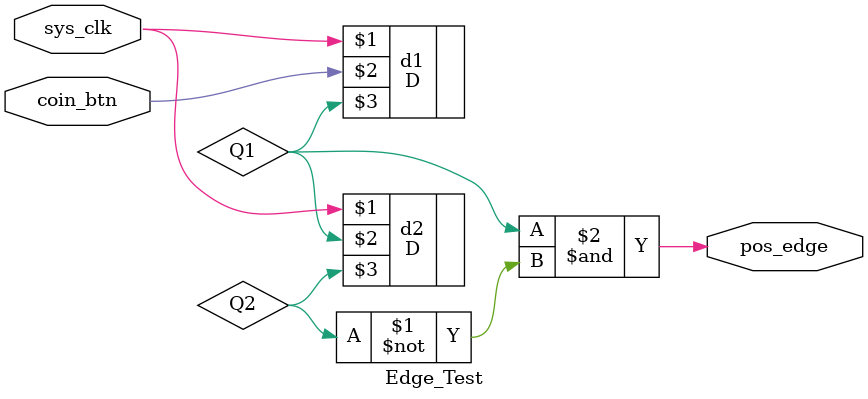
<source format=sv>
`timescale 1ns / 1ps


module Edge_Test(
    input sys_clk,
    input coin_btn,
    output pos_edge
    );
    logic Q1,Q2;
    D d1(sys_clk,coin_btn,Q1);
    D d2(sys_clk,Q1,Q2);
    assign pos_edge = Q1&~Q2;
endmodule

</source>
